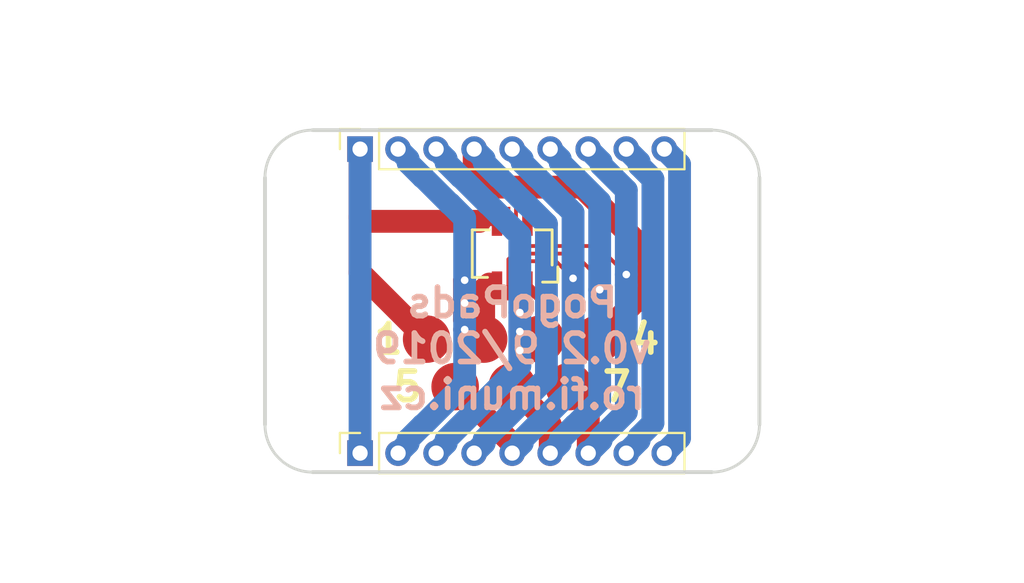
<source format=kicad_pcb>
(kicad_pcb (version 20221018) (generator pcbnew)
  (layers (0 "F.Cu" signal) (31 "B.Cu" signal) (34 "B.Paste" user) (35 "F.Paste" user) (36 "B.SilkS" user "B.Silkscreen") (37 "F.SilkS" user "F.Silkscreen") (38 "B.Mask" user) (39 "F.Mask" user) (44 "Edge.Cuts" user))
  (net 0 "")
  (net 1 "1")
  (net 2 "2")
  (net 3 "3")
  (net 4 "4")
  (net 5 "5")
  (net 6 "6")
  (net 7 "7")
  (net 8 "8")
  (net 9 "9")
  (net 10 "Net-(J4-Pad6)")
  (footprint "rofi:pogo_pads_4_3" (layer "F.Cu") (at 118.5 70)
    (fp_text reference "J3" hide)
    (fp_text value "POGO")
    (pad "1" smd circle (at -4.5 0) (size 2.5 2.5) (layers "F.Cu" "F.Paste" "F.Mask") (net 1 "1"))
    (pad "2" smd circle (at -1.5 0) (size 2.5 2.5) (layers "F.Cu" "F.Paste" "F.Mask") (net 2 "2"))
    (pad "3" smd circle (at 1.5 0) (size 2.5 2.5) (layers "F.Cu" "F.Paste" "F.Mask") (net 3 "3"))
    (pad "4" smd circle (at 4.5 0) (size 2.5 2.5) (layers "F.Cu" "F.Paste" "F.Mask") (net 4 "4"))
    (pad "5" smd circle (at -3 2.5) (size 2.5 2.5) (layers "F.Cu" "F.Paste" "F.Mask") (net 5 "5"))
    (pad "6" smd circle (at 0 2.5) (size 2.5 2.5) (layers "F.Cu" "F.Paste" "F.Mask") (net 6 "6"))
    (pad "7" smd circle (at 3 2.5) (size 2.5 2.5) (layers "F.Cu" "F.Paste" "F.Mask") (net 7 "7"))
  )
  (footprint "MountingHole:MountingHole_2mm" (layer "F.Cu") (at 129.2 68)
    (fp_text reference "H1" hide)
    (fp_text value "MountingHole")
    (pad "" np_thru_hole circle (at 0 0) (size 2 2) (drill 2) (layers "*.Cu" "*.Mask"))
  )
  (footprint "MountingHole:MountingHole_2mm" (layer "F.Cu") (at 107.8 67.9)
    (fp_text reference "H2" hide)
    (fp_text value "MountingHole")
    (pad "" np_thru_hole circle (at 0 0) (size 2 2) (drill 2) (layers "*.Cu" "*.Mask"))
  )
  (footprint "Connector_PinSocket_2.00mm:PinSocket_1x09_P2.00mm_Vertical" (layer "F.Cu") (at 110.5 76 90)
    (fp_text reference "J1" hide)
    (fp_text value "IN")
    (fp_line (start -1.06 1) (end -1.06 17.06) (stroke (width 0.12)) (layer "F.SilkS"))
    (fp_line (start -1.06 1) (end 1.06 1) (stroke (width 0.12)) (layer "F.SilkS"))
    (fp_line (start -1.06 17.06) (end 1.06 17.06) (stroke (width 0.12)) (layer "F.SilkS"))
    (fp_line (start 0 -1.06) (end 1.06 -1.06) (stroke (width 0.12)) (layer "F.SilkS"))
    (fp_line (start 1.06 -1.06) (end 1.06 0) (stroke (width 0.12)) (layer "F.SilkS"))
    (fp_line (start 1.06 1) (end 1.06 17.06) (stroke (width 0.12)) (layer "F.SilkS"))
    (pad "1" thru_hole rect (at 0 0 90) (size 1.35 1.35) (drill 0.8) (layers "*.Cu" "*.Mask") (net 1 "1"))
    (pad "2" thru_hole oval (at 0 2 90) (size 1.35 1.35) (drill 0.8) (layers "*.Cu" "*.Mask") (net 2 "2"))
    (pad "3" thru_hole oval (at 0 4 90) (size 1.35 1.35) (drill 0.8) (layers "*.Cu" "*.Mask") (net 3 "3"))
    (pad "4" thru_hole oval (at 0 6 90) (size 1.35 1.35) (drill 0.8) (layers "*.Cu" "*.Mask") (net 4 "4"))
    (pad "5" thru_hole oval (at 0 8 90) (size 1.35 1.35) (drill 0.8) (layers "*.Cu" "*.Mask") (net 5 "5"))
    (pad "6" thru_hole oval (at 0 10 90) (size 1.35 1.35) (drill 0.8) (layers "*.Cu" "*.Mask") (net 6 "6"))
    (pad "7" thru_hole oval (at 0 12 90) (size 1.35 1.35) (drill 0.8) (layers "*.Cu" "*.Mask") (net 7 "7"))
    (pad "8" thru_hole oval (at 0 14 90) (size 1.35 1.35) (drill 0.8) (layers "*.Cu" "*.Mask") (net 8 "8"))
    (pad "9" thru_hole oval (at 0 16 90) (size 1.35 1.35) (drill 0.8) (layers "*.Cu" "*.Mask") (net 9 "9"))
  )
  (footprint "Connector_PinSocket_2.00mm:PinSocket_1x09_P2.00mm_Vertical" (layer "F.Cu") (at 110.5 60 90)
    (fp_text reference "J2" hide)
    (fp_text value "OUT")
    (fp_line (start -1.06 1) (end -1.06 17.06) (stroke (width 0.12)) (layer "F.SilkS"))
    (fp_line (start -1.06 1) (end 1.06 1) (stroke (width 0.12)) (layer "F.SilkS"))
    (fp_line (start -1.06 17.06) (end 1.06 17.06) (stroke (width 0.12)) (layer "F.SilkS"))
    (fp_line (start 0 -1.06) (end 1.06 -1.06) (stroke (width 0.12)) (layer "F.SilkS"))
    (fp_line (start 1.06 -1.06) (end 1.06 0) (stroke (width 0.12)) (layer "F.SilkS"))
    (fp_line (start 1.06 1) (end 1.06 17.06) (stroke (width 0.12)) (layer "F.SilkS"))
    (pad "1" thru_hole rect (at 0 0 90) (size 1.35 1.35) (drill 0.8) (layers "*.Cu" "*.Mask") (net 1 "1"))
    (pad "2" thru_hole oval (at 0 2 90) (size 1.35 1.35) (drill 0.8) (layers "*.Cu" "*.Mask") (net 2 "2"))
    (pad "3" thru_hole oval (at 0 4 90) (size 1.35 1.35) (drill 0.8) (layers "*.Cu" "*.Mask") (net 3 "3"))
    (pad "4" thru_hole oval (at 0 6 90) (size 1.35 1.35) (drill 0.8) (layers "*.Cu" "*.Mask") (net 4 "4"))
    (pad "5" thru_hole oval (at 0 8 90) (size 1.35 1.35) (drill 0.8) (layers "*.Cu" "*.Mask") (net 5 "5"))
    (pad "6" thru_hole oval (at 0 10 90) (size 1.35 1.35) (drill 0.8) (layers "*.Cu" "*.Mask") (net 6 "6"))
    (pad "7" thru_hole oval (at 0 12 90) (size 1.35 1.35) (drill 0.8) (layers "*.Cu" "*.Mask") (net 7 "7"))
    (pad "8" thru_hole oval (at 0 14 90) (size 1.35 1.35) (drill 0.8) (layers "*.Cu" "*.Mask") (net 8 "8"))
    (pad "9" thru_hole oval (at 0 16 90) (size 1.35 1.35) (drill 0.8) (layers "*.Cu" "*.Mask") (net 9 "9"))
  )
  (footprint "rofi:molex-505004-0812" (layer "F.Cu") (at 118.5 65.5 180)
    (fp_text reference "J4" hide)
    (fp_text value "Molex")
    (fp_line (start -2.4 -1.5) (end -2.4 -0.7) (stroke (width 0.15)) (layer "F.SilkS"))
    (fp_line (start -2.1 -0.6) (end -2.1 1.25) (stroke (width 0.15)) (layer "F.SilkS"))
    (fp_line (start -2.1 1.25) (end -1.2 1.25) (stroke (width 0.15)) (layer "F.SilkS"))
    (fp_line (start -1.6 -1.5) (end -2.4 -1.5) (stroke (width 0.15)) (layer "F.SilkS"))
    (fp_line (start 1.2 1.25) (end 2.1 1.25) (stroke (width 0.15)) (layer "F.SilkS"))
    (fp_line (start 2.1 -1.25) (end 1.3 -1.25) (stroke (width 0.15)) (layer "F.SilkS"))
    (fp_line (start 2.1 1.25) (end 2.1 -1.25) (stroke (width 0.15)) (layer "F.SilkS"))
    (pad "1" smd rect (at -0.8 -1.7 180) (size 0.55 1.524) (layers "F.Cu" "F.Paste" "F.Mask") (net 3 "3"))
    (pad "2" smd rect (at -0.8 1.7 180) (size 0.55 1.524) (layers "F.Cu" "F.Paste" "F.Mask") (net 4 "4"))
    (pad "3" smd rect (at -0.2 -1.7 180) (size 0.2 1.524) (layers "F.Cu" "F.Paste" "F.Mask") (net 5 "5"))
    (pad "4" smd rect (at -0.2 1.7 180) (size 0.2 1.524) (layers "F.Cu" "F.Paste" "F.Mask") (net 7 "7"))
    (pad "5" smd rect (at 0.2 -1.7 180) (size 0.2 1.524) (layers "F.Cu" "F.Paste" "F.Mask") (net 6 "6"))
    (pad "6" smd rect (at 0.2 1.7 180) (size 0.2 1.524) (layers "F.Cu" "F.Paste" "F.Mask") (net 10 "Net-(J4-Pad6)"))
    (pad "7" smd rect (at 0.8 -1.7 180) (size 0.55 1.524) (layers "F.Cu" "F.Paste" "F.Mask") (net 2 "2"))
    (pad "8" smd rect (at 0.8 1.7 180) (size 0.55 1.524) (layers "F.Cu" "F.Paste" "F.Mask") (net 1 "1"))
  )
  (gr_line (start 108 59) (end 129 59) (stroke (width 0.2)) (layer "Edge.Cuts"))
  (gr_line (start 108 77) (end 129 77) (stroke (width 0.2)) (layer "Edge.Cuts"))
  (gr_arc (start 105.5 61.5) (mid 106.232233 59.732233) (end 108 59) (stroke (width 0.15)) (layer "Edge.Cuts"))
  (gr_line (start 105.5 61.5) (end 105.5 74.5) (stroke (width 0.2)) (layer "Edge.Cuts"))
  (gr_arc (start 129 59) (mid 130.767767 59.732233) (end 131.5 61.5) (stroke (width 0.15)) (layer "Edge.Cuts"))
  (gr_arc (start 108 77) (mid 106.232233 76.267767) (end 105.5 74.5) (stroke (width 0.15)) (layer "Edge.Cuts"))
  (gr_arc (start 131.5 74.5) (mid 130.767767 76.267767) (end 129 77) (stroke (width 0.15)) (layer "Edge.Cuts"))
  (gr_line (start 131.5 74.5) (end 131.5 61.5) (stroke (width 0.2)) (layer "Edge.Cuts"))
  (gr_text "PogoPads\nv0.2 9/2019\nro.fi.muni.cz" (at 118.5 70.5) (layer "B.SilkS") (effects (font (size 1.5 1.5) (thickness 0.3)) (justify mirror)))
  (gr_text "5" (at 113 72.5) (layer "F.SilkS") (effects (font (size 1.5 1.5) (thickness 0.3))))
  (gr_text "4" (at 125.5 70) (layer "F.SilkS") (effects (font (size 1.5 1.5) (thickness 0.3))))
  (gr_text "7" (at 124 72.5) (layer "F.SilkS") (effects (font (size 1.5 1.5) (thickness 0.3))))
  (gr_text "1" (at 112 70) (layer "F.SilkS") (effects (font (size 1.5 1.5) (thickness 0.3))))
  (segment (start 116.8 63.8) (end 110.725 63.8) (width 1.2) (layer "F.Cu") (net 1))
  (segment (start 110.5 66.5) (end 114 70) (width 1.2) (layer "F.Cu") (net 1))
  (segment (start 110.5 63.575) (end 110.5 60.8) (width 1.2) (layer "F.Cu") (net 1))
  (segment (start 110.5 63.575) (end 110.5 66.5) (width 1.2) (layer "F.Cu") (net 1))
  (segment (start 110.725 63.8) (end 110.5 63.575) (width 1.2) (layer "F.Cu") (net 1))
  (segment (start 116.8 63.8) (end 117.7 63.8) (width 0.5) (layer "F.Cu") (net 1))
  (segment (start 110.5 60) (end 110.5 76) (width 1.2) (layer "B.Cu") (net 1))
  (segment (start 117 69.454594) (end 117 70) (width 1.5) (layer "F.Cu") (net 2))
  (segment (start 116.000002 66.900002) (end 116 66.9) (width 1.2) (layer "F.Cu") (net 2))
  (segment (start 117 69.743998) (end 117 70) (width 1.5) (layer "F.Cu") (net 2))
  (segment (start 117 70) (end 116.5 70) (width 1.2) (layer "F.Cu") (net 2))
  (segment (start 117 67.4) (end 117 70) (width 1.2) (layer "F.Cu") (net 2))
  (segment (start 116.000002 69.000002) (end 117 70) (width 1.2) (layer "F.Cu") (net 2))
  (segment (start 117 67.9) (end 117.7 67.2) (width 0.5) (layer "F.Cu") (net 2))
  (segment (start 116.000002 69.000002) (end 116.000002 66.900002) (width 1.2) (layer "F.Cu") (net 2))
  (segment (start 116.000002 68.1) (end 116.000002 69.000002) (width 1.2) (layer "F.Cu") (net 2))
  (segment (start 116.5 70) (end 116 69.5) (width 1.2) (layer "F.Cu") (net 2))
  (segment (start 117.3 67.1) (end 117 67.4) (width 1.2) (layer "F.Cu") (net 2))
  (segment (start 116.000002 68.1) (end 116.000002 66.900002) (width 1.2) (layer "F.Cu") (net 2))
  (via (at 116.000002 68.1) (size 0.8) (drill 0.4) (layers "F.Cu" "B.Cu") (net 2))
  (via (at 116 66.9) (size 0.8) (drill 0.4) (layers "F.Cu" "B.Cu") (net 2))
  (via (at 116 69.5) (size 0.8) (drill 0.4) (layers "F.Cu" "B.Cu") (net 2))
  (segment (start 113.024999 75.475001) (end 112.5 76) (width 1.2) (layer "B.Cu") (net 2))
  (segment (start 113.024999 60.524999) (end 113.024999 60.708001) (width 1.2) (layer "B.Cu") (net 2))
  (segment (start 115.232184 62.875011) (end 116 63.642827) (width 1.2) (layer "B.Cu") (net 2))
  (segment (start 113.812087 74.524999) (end 113.791999 74.524999) (width 1.2) (layer "B.Cu") (net 2))
  (segment (start 113.791999 74.524999) (end 113.024999 75.291999) (width 1.2) (layer "B.Cu") (net 2))
  (segment (start 113.791999 61.475001) (end 113.812086 61.475001) (width 1.2) (layer "B.Cu") (net 2))
  (segment (start 116 72.337086) (end 113.812087 74.524999) (width 1.2) (layer "B.Cu") (net 2))
  (segment (start 115.212096 62.875011) (end 115.232184 62.875011) (width 1.2) (layer "B.Cu") (net 2))
  (segment (start 113.812086 61.475001) (end 115.212096 62.875011) (width 1.2) (layer "B.Cu") (net 2))
  (segment (start 116 69.5) (end 116 72.337086) (width 1.2) (layer "B.Cu") (net 2))
  (segment (start 112.5 60) (end 113.024999 60.524999) (width 1.2) (layer "B.Cu") (net 2))
  (segment (start 113.024999 75.291999) (end 113.024999 75.475001) (width 1.2) (layer "B.Cu") (net 2))
  (segment (start 113.024999 60.708001) (end 113.791999 61.475001) (width 1.2) (layer "B.Cu") (net 2))
  (segment (start 116 63.642827) (end 116 69.5) (width 1.2) (layer "B.Cu") (net 2))
  (segment (start 119.3 70) (end 118.89994 69.59994) (width 0.5) (layer "F.Cu") (net 3))
  (segment (start 120 70) (end 119.3 70) (width 0.5) (layer "F.Cu") (net 3))
  (segment (start 120 70) (end 120 69.7) (width 0.5) (layer "F.Cu") (net 3))
  (segment (start 120 70) (end 119.5 70) (width 0.5) (layer "F.Cu") (net 3))
  (segment (start 120 70) (end 120 69.743998) (width 1.5) (layer "F.Cu") (net 3))
  (segment (start 120 69.7) (end 118.89994 68.59994) (width 0.5) (layer "F.Cu") (net 3))
  (segment (start 120 70) (end 120 67.9) (width 0.5) (layer "F.Cu") (net 3))
  (segment (start 119.5 70) (end 118.9 70.6) (width 0.5) (layer "F.Cu") (net 3))
  (segment (start 120 67.9) (end 119.3 67.2) (width 0.5) (layer "F.Cu") (net 3))
  (via (at 118.89994 69.59994) (size 0.8) (drill 0.4) (layers "F.Cu" "B.Cu") (net 3))
  (via (at 118.89994 68.59994) (size 0.8) (drill 0.4) (layers "F.Cu" "B.Cu") (net 3))
  (via (at 118.9 70.6) (size 0.8) (drill 0.4) (layers "F.Cu" "B.Cu") (net 3))
  (segment (start 117.232184 62.875011) (end 117.212096 62.875011) (width 1.2) (layer "B.Cu") (net 3))
  (segment (start 118.89994 69.59994) (end 118.89994 68.59994) (width 1.2) (layer "B.Cu") (net 3))
  (segment (start 115.024999 75.291999) (end 118.89994 71.417058) (width 1.2) (layer "B.Cu") (net 3))
  (segment (start 115.024999 75.475001) (end 115.024999 75.291999) (width 1.2) (layer "B.Cu") (net 3))
  (segment (start 118.89994 68.59994) (end 118.89994 64.522679) (width 1.2) (layer "B.Cu") (net 3))
  (segment (start 118.652282 64.275021) (end 118.632193 64.275021) (width 1.2) (layer "B.Cu") (net 3))
  (segment (start 115.024999 60.708001) (end 115.024999 60.524999) (width 1.2) (layer "B.Cu") (net 3))
  (segment (start 114.5 76) (end 115.024999 75.475001) (width 1.2) (layer "B.Cu") (net 3))
  (segment (start 118.89994 71.417058) (end 118.89994 69.59994) (width 1.2) (layer "B.Cu") (net 3))
  (segment (start 118.89994 64.522679) (end 118.652282 64.275021) (width 1.2) (layer "B.Cu") (net 3))
  (segment (start 115.024999 60.524999) (end 114.5 60) (width 1.2) (layer "B.Cu") (net 3))
  (segment (start 115.791999 61.475001) (end 115.024999 60.708001) (width 1.2) (layer "B.Cu") (net 3))
  (segment (start 118.632193 64.275021) (end 117.232184 62.875011) (width 1.2) (layer "B.Cu") (net 3))
  (segment (start 115.812086 61.475001) (end 115.791999 61.475001) (width 1.2) (layer "B.Cu") (net 3))
  (segment (start 117.212096 62.875011) (end 115.812086 61.475001) (width 1.2) (layer "B.Cu") (net 3))
  (segment (start 125.5 65.323998) (end 125.5 67.5) (width 1.2) (layer "F.Cu") (net 4))
  (segment (start 116.5 60) (end 116.5 61) (width 1.2) (layer "F.Cu") (net 4))
  (segment (start 117.5 62) (end 119.3 62) (width 1.2) (layer "F.Cu") (net 4))
  (segment (start 119.3 63.8) (end 119.3 62) (width 0.5) (layer "F.Cu") (net 4))
  (segment (start 122.176002 62) (end 125.5 65.323998) (width 1.2) (layer "F.Cu") (net 4))
  (segment (start 119.3 62) (end 122.176002 62) (width 1.2) (layer "F.Cu") (net 4))
  (segment (start 116.5 61) (end 117.5 62) (width 1.2) (layer "F.Cu") (net 4))
  (segment (start 125.5 67.5) (end 123 70) (width 1.2) (layer "F.Cu") (net 4))
  (segment (start 119.232184 62.875011) (end 120.29995 63.942777) (width 1.2) (layer "B.Cu") (net 4))
  (segment (start 119.212096 62.875011) (end 119.232184 62.875011) (width 1.2) (layer "B.Cu") (net 4))
  (segment (start 117.024999 75.291999) (end 117.024999 75.475001) (width 1.2) (layer "B.Cu") (net 4))
  (segment (start 117.024999 60.524999) (end 117.024999 60.708001) (width 1.2) (layer "B.Cu") (net 4))
  (segment (start 119.212096 73.124989) (end 117.812086 74.524999) (width 1.2) (layer "B.Cu") (net 4))
  (segment (start 117.791999 61.475001) (end 117.812086 61.475001) (width 1.2) (layer "B.Cu") (net 4))
  (segment (start 117.812086 61.475001) (end 119.212096 62.875011) (width 1.2) (layer "B.Cu") (net 4))
  (segment (start 117.024999 60.708001) (end 117.791999 61.475001) (width 1.2) (layer "B.Cu") (net 4))
  (segment (start 117.791999 74.524999) (end 117.024999 75.291999) (width 1.2) (layer "B.Cu") (net 4))
  (segment (start 117.812086 74.524999) (end 117.791999 74.524999) (width 1.2) (layer "B.Cu") (net 4))
  (segment (start 120.29995 63.942777) (end 120.29995 72.057222) (width 1.2) (layer "B.Cu") (net 4))
  (segment (start 116.5 60) (end 117.024999 60.524999) (width 1.2) (layer "B.Cu") (net 4))
  (segment (start 117.024999 75.475001) (end 116.5 76) (width 1.2) (layer "B.Cu") (net 4))
  (segment (start 119.232183 73.124989) (end 119.212096 73.124989) (width 1.2) (layer "B.Cu") (net 4))
  (segment (start 120.29995 72.057222) (end 119.232183 73.124989) (width 1.2) (layer "B.Cu") (net 4))
  (segment (start 120.8 65.9) (end 121.7 66.8) (width 0.2) (layer "F.Cu") (net 5))
  (segment (start 118.7 67.2) (end 118.7 66.222998) (width 0.2) (layer "F.Cu") (net 5))
  (segment (start 115.5 72.5) (end 118.5 75.5) (width 1.2) (layer "F.Cu") (net 5))
  (segment (start 118.7 66.222998) (end 119.022998 65.9) (width 0.2) (layer "F.Cu") (net 5))
  (segment (start 119.022998 65.9) (end 120.8 65.9) (width 0.2) (layer "F.Cu") (net 5))
  (via (at 121.7 66.8) (size 0.8) (drill 0.4) (layers "F.Cu" "B.Cu") (net 5))
  (segment (start 121.69996 63.342787) (end 121.69996 72.657213) (width 1.2) (layer "B.Cu") (net 5))
  (segment (start 121.232184 73.124989) (end 121.212096 73.124989) (width 1.2) (layer "B.Cu") (net 5))
  (segment (start 119.791999 74.524999) (end 119.024999 75.291999) (width 1.2) (layer "B.Cu") (net 5))
  (segment (start 119.812086 61.475001) (end 121.212096 62.875011) (width 1.2) (layer "B.Cu") (net 5))
  (segment (start 119.024999 75.291999) (end 119.024999 75.475001) (width 1.2) (layer "B.Cu") (net 5))
  (segment (start 121.69996 72.657213) (end 121.232184 73.124989) (width 1.2) (layer "B.Cu") (net 5))
  (segment (start 121.212096 73.124989) (end 119.812086 74.524999) (width 1.2) (layer "B.Cu") (net 5))
  (segment (start 119.024999 60.524999) (end 119.024999 60.708001) (width 1.2) (layer "B.Cu") (net 5))
  (segment (start 119.791999 61.475001) (end 119.812086 61.475001) (width 1.2) (layer "B.Cu") (net 5))
  (segment (start 118.5 60) (end 119.024999 60.524999) (width 1.2) (layer "B.Cu") (net 5))
  (segment (start 119.024999 60.708001) (end 119.791999 61.475001) (width 1.2) (layer "B.Cu") (net 5))
  (segment (start 119.024999 75.475001) (end 118.5 76) (width 1.2) (layer "B.Cu") (net 5))
  (segment (start 121.212096 62.875011) (end 121.232184 62.875011) (width 1.2) (layer "B.Cu") (net 5))
  (segment (start 119.812086 74.524999) (end 119.791999 74.524999) (width 1.2) (layer "B.Cu") (net 5))
  (segment (start 121.232184 62.875011) (end 121.69996 63.342787) (width 1.2) (layer "B.Cu") (net 5))
  (segment (start 123.09997 66.834285) (end 123.09997 67.39997) (width 0.2) (layer "F.Cu") (net 6))
  (segment (start 118.5 72.5) (end 118.5 72.756002) (width 1.5) (layer "F.Cu") (net 6))
  (segment (start 118.6 65.5) (end 121.765685 65.5) (width 0.2) (layer "F.Cu") (net 6))
  (segment (start 118.3 67.2) (end 118.3 65.8) (width 0.2) (layer "F.Cu") (net 6))
  (segment (start 118.5 72.5) (end 120.5 74.5) (width 1.2) (layer "F.Cu") (net 6))
  (segment (start 118.3 65.8) (end 118.6 65.5) (width 0.2) (layer "F.Cu") (net 6))
  (segment (start 121.765685 65.5) (end 123.09997 66.834285) (width 0.2) (layer "F.Cu") (net 6))
  (segment (start 120.5 74.5) (end 120.5 76) (width 1.2) (layer "F.Cu") (net 6))
  (via (at 123.09997 67.39997) (size 0.8) (drill 0.4) (layers "F.Cu" "B.Cu") (net 6))
  (segment (start 121.024999 60.524999) (end 121.024999 60.708001) (width 1.2) (layer "B.Cu") (net 6))
  (segment (start 123.09997 73.237115) (end 121.812086 74.524999) (width 1.2) (layer "B.Cu") (net 6))
  (segment (start 121.024999 75.291999) (end 121.024999 75.475001) (width 1.2) (layer "B.Cu") (net 6))
  (segment (start 121.812086 61.475001) (end 123.09997 62.762885) (width 1.2) (layer "B.Cu") (net 6))
  (segment (start 123.09997 62.762885) (end 123.09997 67.39997) (width 1.2) (layer "B.Cu") (net 6))
  (segment (start 121.791999 74.524999) (end 121.024999 75.291999) (width 1.2) (layer "B.Cu") (net 6))
  (segment (start 120.5 60) (end 121.024999 60.524999) (width 1.2) (layer "B.Cu") (net 6))
  (segment (start 121.024999 60.708001) (end 121.791999 61.475001) (width 1.2) (layer "B.Cu") (net 6))
  (segment (start 121.791999 61.475001) (end 121.812086 61.475001) (width 1.2) (layer "B.Cu") (net 6))
  (segment (start 121.024999 75.475001) (end 120.5 76) (width 1.2) (layer "B.Cu") (net 6))
  (segment (start 123.09997 67.39997) (end 123.09997 73.237115) (width 1.2) (layer "B.Cu") (net 6))
  (segment (start 121.812086 74.524999) (end 121.791999 74.524999) (width 1.2) (layer "B.Cu") (net 6))
  (segment (start 118.7 63.8) (end 118.7 64.762) (width 0.2) (layer "F.Cu") (net 7))
  (segment (start 121.5 72.5) (end 122.5 73.5) (width 1.2) (layer "F.Cu") (net 7))
  (segment (start 119.038 65.1) (end 123.000034 65.1) (width 0.2) (layer "F.Cu") (net 7))
  (segment (start 118.7 64.762) (end 119.038 65.1) (width 0.2) (layer "F.Cu") (net 7))
  (segment (start 122.5 73.5) (end 122.5 76) (width 1.2) (layer "F.Cu") (net 7))
  (segment (start 123.000034 65.1) (end 124.099981 66.199947) (width 0.2) (layer "F.Cu") (net 7))
  (segment (start 124.099981 66.199947) (end 124.49998 66.599946) (width 0.2) (layer "F.Cu") (net 7))
  (via (at 124.49998 66.599946) (size 0.8) (drill 0.4) (layers "F.Cu" "B.Cu") (net 7))
  (segment (start 124.49998 73.837105) (end 124.49998 67.165631) (width 1.2) (layer "B.Cu") (net 7))
  (segment (start 124.49998 66.034261) (end 124.49998 66.599946) (width 1.2) (layer "B.Cu") (net 7))
  (segment (start 123.174999 75.325001) (end 123.174999 75.162086) (width 1.2) (layer "B.Cu") (net 7))
  (segment (start 124.49998 67.165631) (end 124.49998 66.599946) (width 1.2) (layer "B.Cu") (net 7))
  (segment (start 123.174999 60.674999) (end 123.174999 60.837913) (width 1.2) (layer "B.Cu") (net 7))
  (segment (start 122.5 76) (end 123.174999 75.325001) (width 1.2) (layer "B.Cu") (net 7))
  (segment (start 122.5 60) (end 123.174999 60.674999) (width 1.2) (layer "B.Cu") (net 7))
  (segment (start 124.49998 62.162894) (end 124.49998 66.034261) (width 1.2) (layer "B.Cu") (net 7))
  (segment (start 123.174999 60.837913) (end 124.49998 62.162894) (width 1.2) (layer "B.Cu") (net 7))
  (segment (start 123.174999 75.162086) (end 124.49998 73.837105) (width 1.2) (layer "B.Cu") (net 7))
  (segment (start 125.90001 61.58301) (end 125.90001 74.416989) (width 1.2) (layer "B.Cu") (net 8))
  (segment (start 125.174999 75.325001) (end 124.5 76) (width 1.2) (layer "B.Cu") (net 8))
  (segment (start 125.174999 75.142) (end 125.174999 75.325001) (width 1.2) (layer "B.Cu") (net 8))
  (segment (start 125.174999 60.857999) (end 125.90001 61.58301) (width 1.2) (layer "B.Cu") (net 8))
  (segment (start 125.90001 74.416989) (end 125.174999 75.142) (width 1.2) (layer "B.Cu") (net 8))
  (segment (start 125.174999 60.674999) (end 125.174999 60.857999) (width 1.2) (layer "B.Cu") (net 8))
  (segment (start 124.5 60) (end 125.174999 60.674999) (width 1.2) (layer "B.Cu") (net 8))
  (segment (start 127.174999 75.325001) (end 126.5 76) (width 1.2) (layer "B.Cu") (net 9))
  (segment (start 127.30002 60.80002) (end 127.30002 75.19998) (width 1.2) (layer "B.Cu") (net 9))
  (segment (start 127.30002 75.19998) (end 127.174999 75.325001) (width 1.2) (layer "B.Cu") (net 9))
  (segment (start 126.5 60) (end 127.30002 60.80002) (width 1.2) (layer "B.Cu") (net 9))
)
</source>
